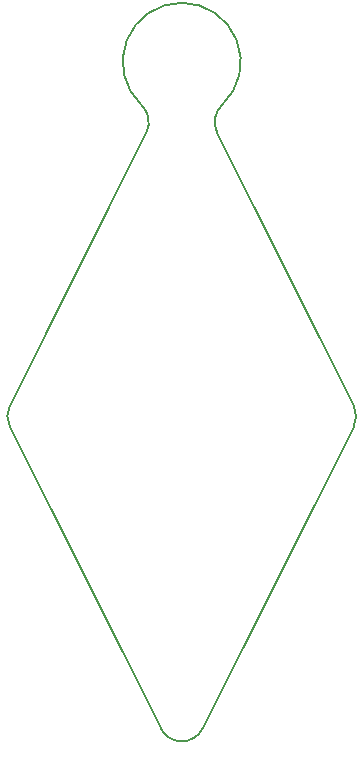
<source format=gbr>
%TF.GenerationSoftware,KiCad,Pcbnew,8.0.3*%
%TF.CreationDate,2024-06-16T19:36:31+02:00*%
%TF.ProjectId,jewelled_lc1,6a657765-6c6c-4656-945f-6c63312e6b69,rev?*%
%TF.SameCoordinates,Original*%
%TF.FileFunction,Profile,NP*%
%FSLAX45Y45*%
G04 Gerber Fmt 4.5, Leading zero omitted, Abs format (unit mm)*
G04 Created by KiCad (PCBNEW 8.0.3) date 2024-06-16 19:36:31*
%MOMM*%
%LPD*%
G01*
G04 APERTURE LIST*
%TA.AperFunction,Profile*%
%ADD10C,0.200000*%
%TD*%
G04 APERTURE END LIST*
D10*
X14878885Y-13092229D02*
G75*
G02*
X14521334Y-13092666I-178886J89439D01*
G01*
X16155279Y-10360557D02*
G75*
G02*
X16155279Y-10539443I-178889J-89443D01*
G01*
X13244721Y-10539442D02*
G75*
G02*
X13244721Y-10360557I178889J89442D01*
G01*
X14878885Y-13092229D02*
X16155278Y-10539443D01*
X14357939Y-7814684D02*
G75*
G02*
X14400002Y-8050001I-136829J-145876D01*
G01*
X13244721Y-10539442D02*
X14521333Y-13092667D01*
X14400000Y-8050000D02*
X13244721Y-10360557D01*
X15000000Y-8049999D02*
G75*
G02*
X15042064Y-7814687I178880J89440D01*
G01*
X16155279Y-10360557D02*
X15000000Y-8049999D01*
X14357939Y-7814684D02*
G75*
G02*
X15042061Y-7814684I342061J364684D01*
G01*
M02*

</source>
